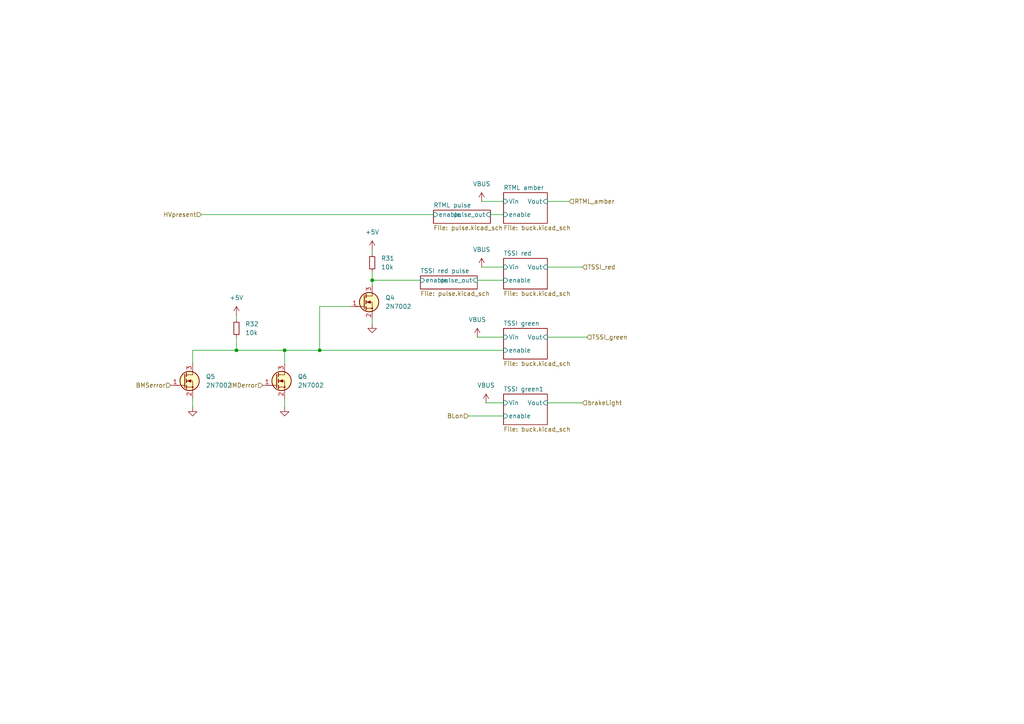
<source format=kicad_sch>
(kicad_sch (version 20231120) (generator "eeschema") (generator_version "8.0")
  (paper "A4")
  (title_block (title "HVB_LV1") (date "2024-10-25") (rev "1.0") (company "NTURacing") (comment 1 "Powertrain") (comment 2 "郭哲明 Jack Kuo"))
  (lib_symbols
    (symbol "Device:R_Small" (pin_numbers hide) (pin_names (offset 0.254) hide)
      (property "Reference" "R" (at 0.762 0.508 0))
      (property "Value" "R_Small" (at 0.762 -1.016 0))
      (symbol "R_Small_0_1"
        (rectangle (start -0.762 1.778) (end 0.762 -1.778) (stroke (width 0.2032)))
      )
      (symbol "R_Small_1_1"
        (pin passive line (at 0 2.54 270) (length 0.762) (name "~") (number "1"))
        (pin passive line (at 0 -2.54 90) (length 0.762) (name "~") (number "2"))
      )
    )
    (symbol "PCM_Transistor_MOSFET_AKL:2N7002" (pin_names hide)
      (property "Reference" "Q" (at 5.08 1.27 0))
      (property "Value" "2N7002" (at 5.08 -1.27 0))
      (symbol "2N7002_0_1"
        (polyline (pts (xy 0.254 -1.27) (xy -2.54 -1.27)))
        (polyline (pts (xy 0.254 1.905) (xy 0.254 -1.905)) (stroke (width 0.254)))
        (polyline (pts (xy 0.762 -1.778) (xy 2.54 -1.778)))
        (polyline (pts (xy 0.762 -1.27) (xy 0.762 -2.286)) (stroke (width 0.254)))
        (polyline (pts (xy 0.762 0.508) (xy 0.762 -0.508)) (stroke (width 0.254)))
        (polyline (pts (xy 0.762 2.286) (xy 0.762 1.27)) (stroke (width 0.254)))
        (polyline (pts (xy 2.54 1.778) (xy 0.762 1.778)))
        (polyline (pts (xy 2.54 2.54) (xy 2.54 1.778)))
        (polyline (pts (xy 2.54 -2.54) (xy 2.54 0) (xy 0.762 0)))
        (polyline (pts (xy 1.016 0) (xy 2.032 0.381) (xy 2.032 -0.381) (xy 1.016 0)) (fill (type outline)))
        (circle (center 1.651 0) (radius 2.794) (stroke (width 0.254)) (fill (type background)))
        (circle (center 2.54 -1.778) (radius 0.1778) (fill (type outline)))
      )
      (symbol "2N7002_1_1"
        (pin input line (at -3.81 -1.27 0) (length 2.54) (name "G") (number "1"))
        (pin passive line (at 2.54 -5.08 90) (length 2.54) (name "S") (number "2"))
        (pin passive line (at 2.54 5.08 270) (length 2.54) (name "D") (number "3"))
      )
    )
    (symbol "power:+5V" (power) (pin_numbers hide) (pin_names (offset 0) hide)
      (property "Value" "+5V" (at 0 3.556 0))
      (symbol "+5V_0_1"
        (polyline (pts (xy -0.762 1.27) (xy 0 2.54)))
        (polyline (pts (xy 0 0) (xy 0 2.54)))
        (polyline (pts (xy 0 2.54) (xy 0.762 1.27)))
      )
      (symbol "+5V_1_1"
        (pin power_in line (at 0 0 90) (length 0) (name "~") (number "1"))
      )
    )
    (symbol "power:GND" (power) (pin_numbers hide) (pin_names (offset 0) hide)
      (property "Value" "GND" (at 0 -3.81 0))
      (symbol "GND_0_1"
        (polyline (pts (xy 0 0) (xy 0 -1.27) (xy 1.27 -1.27) (xy 0 -2.54) (xy -1.27 -1.27) (xy 0 -1.27)))
      )
      (symbol "GND_1_1"
        (pin power_in line (at 0 0 270) (length 0) (name "~") (number "1"))
      )
    )
    (symbol "power:VBUS" (power) (pin_numbers hide) (pin_names (offset 0) hide)
      (property "Value" "VBUS" (at 0 3.556 0))
      (symbol "VBUS_0_1"
        (polyline (pts (xy -0.762 1.27) (xy 0 2.54)))
        (polyline (pts (xy 0 0) (xy 0 2.54)))
        (polyline (pts (xy 0 2.54) (xy 0.762 1.27)))
      )
      (symbol "VBUS_1_1"
        (pin power_in line (at 0 0 90) (length 0) (name "~") (number "1"))
      )
    )
  )
  (junction (at 92.71 101.6))
  (junction (at 107.95 81.28))
  (junction (at 68.58 101.6))
  (junction (at 82.55 101.6))
  (wire (pts (xy 170.18 97.79) (xy 158.75 97.79)))
  (wire (pts (xy 165.1 58.42) (xy 158.75 58.42)))
  (wire (pts (xy 158.75 77.47) (xy 168.91 77.47)))
  (wire (pts (xy 138.43 97.79) (xy 146.05 97.79)))
  (wire (pts (xy 82.55 105.41) (xy 82.55 101.6)))
  (wire (pts (xy 140.97 116.84) (xy 146.05 116.84)))
  (wire (pts (xy 92.71 101.6) (xy 146.05 101.6)))
  (wire (pts (xy 138.43 81.28) (xy 146.05 81.28)))
  (wire (pts (xy 68.58 91.44) (xy 68.58 92.71)))
  (wire (pts (xy 139.7 77.47) (xy 146.05 77.47)))
  (wire (pts (xy 168.91 116.84) (xy 158.75 116.84)))
  (wire (pts (xy 107.95 78.74) (xy 107.95 81.28)))
  (wire (pts (xy 92.71 88.9) (xy 92.71 101.6)))
  (wire (pts (xy 101.6 88.9) (xy 92.71 88.9)))
  (wire (pts (xy 107.95 72.39) (xy 107.95 73.66)))
  (wire (pts (xy 82.55 101.6) (xy 92.71 101.6)))
  (wire (pts (xy 55.88 118.11) (xy 55.88 115.57)))
  (wire (pts (xy 107.95 92.71) (xy 107.95 93.98)))
  (wire (pts (xy 82.55 118.11) (xy 82.55 115.57)))
  (wire (pts (xy 139.7 58.42) (xy 146.05 58.42)))
  (wire (pts (xy 55.88 101.6) (xy 55.88 105.41)))
  (wire (pts (xy 68.58 97.79) (xy 68.58 101.6)))
  (wire (pts (xy 135.89 120.65) (xy 146.05 120.65)))
  (wire (pts (xy 58.42 62.23) (xy 125.73 62.23)))
  (wire (pts (xy 121.92 81.28) (xy 107.95 81.28)))
  (wire (pts (xy 68.58 101.6) (xy 82.55 101.6)))
  (wire (pts (xy 142.24 62.23) (xy 146.05 62.23)))
  (wire (pts (xy 55.88 101.6) (xy 68.58 101.6)))
  (wire (pts (xy 107.95 82.55) (xy 107.95 81.28)))
  (hierarchical_label "TSSI_red" (shape input) (at 168.91 77.47 0))
  (hierarchical_label "BLon" (shape input) (at 135.89 120.65 180))
  (hierarchical_label "RTML_amber" (shape input) (at 165.1 58.42 0))
  (hierarchical_label "HVpresent" (shape input) (at 58.42 62.23 180))
  (hierarchical_label "TSSI_green" (shape input) (at 170.18 97.79 0))
  (hierarchical_label "brakeLight" (shape input) (at 168.91 116.84 0))
  (hierarchical_label "BMSerror" (shape input) (at 49.53 111.76 180))
  (hierarchical_label "IMDerror" (shape input) (at 76.2 111.76 180))
  (symbol (lib_id "power:VBUS") (at 139.7 77.47 0) (unit 1)
    (property "Reference" "#PWR0106" (effects (hide yes)))
    (property "Value" "VBUS" (at 139.7 72.39 0))
    (property "Description" "Power symbol creates a global label with name \"VBUS\"" (effects (hide yes)))
  )
  (symbol (lib_id "PCM_Transistor_MOSFET_AKL:2N7002") (at 80.01 110.49 0) (unit 1)
    (property "Reference" "Q6" (at 86.36 109.22 0) (effects (justify left)))
    (property "Value" "2N7002" (at 86.36 111.76 0) (effects (justify left)))
    (property "Footprint" "Package_TO_SOT_SMD:SOT-23" (effects (hide yes)))
    (property "Datasheet" "https://www.tme.eu/Document/7df5cae36abdfcedddb681f5be886f05/2N7000.pdf" (effects (hide yes)))
    (property "Description" "SOT-23 N-MOSFET enchancement mode transistor, 60V, 115mA, 200mW, Alternate KiCAD Library" (effects (hide yes)))
  )
  (symbol (lib_id "power:GND") (at 55.88 118.11 0) (unit 1)
    (property "Reference" "#PWR0110" (effects (hide yes)))
    (property "Value" "GND" (effects (hide yes)))
    (property "Description" "Power symbol creates a global label with name \"GND\" , ground" (effects (hide yes)))
  )
  (symbol (lib_id "power:VBUS") (at 138.43 97.79 0) (unit 1)
    (property "Reference" "#PWR0109" (effects (hide yes)))
    (property "Value" "VBUS" (at 138.43 92.71 0))
    (property "Description" "Power symbol creates a global label with name \"VBUS\"" (effects (hide yes)))
  )
  (symbol (lib_id "power:GND") (at 82.55 118.11 0) (unit 1)
    (property "Reference" "#PWR0111" (effects (hide yes)))
    (property "Value" "GND" (effects (hide yes)))
    (property "Description" "Power symbol creates a global label with name \"GND\" , ground" (effects (hide yes)))
  )
  (symbol (lib_id "power:+5V") (at 68.58 91.44 0) (unit 1)
    (property "Reference" "#PWR0107" (effects (hide yes)))
    (property "Value" "+5V" (at 68.58 86.36 0))
    (property "Description" "Power symbol creates a global label with name \"+5V\"" (effects (hide yes)))
  )
  (symbol (lib_id "Device:R_Small") (at 107.95 76.2 0) (unit 1)
    (property "Reference" "R31" (at 110.49 74.93 0) (effects (justify left)))
    (property "Value" "10k" (at 110.49 77.47 0) (effects (justify left)))
    (property "Footprint" "Resistor_SMD:R_0603_1608Metric" (effects (hide yes)))
    (property "Description" "Resistor, small symbol" (effects (hide yes)))
  )
  (symbol (lib_id "Device:R_Small") (at 68.58 95.25 0) (unit 1)
    (property "Reference" "R32" (at 71.12 93.98 0) (effects (justify left)))
    (property "Value" "10k" (at 71.12 96.52 0) (effects (justify left)))
    (property "Footprint" "Resistor_SMD:R_0603_1608Metric" (effects (hide yes)))
    (property "Description" "Resistor, small symbol" (effects (hide yes)))
  )
  (symbol (lib_id "PCM_Transistor_MOSFET_AKL:2N7002") (at 53.34 110.49 0) (unit 1)
    (property "Reference" "Q5" (at 59.69 109.22 0) (effects (justify left)))
    (property "Value" "2N7002" (at 59.69 111.76 0) (effects (justify left)))
    (property "Footprint" "Package_TO_SOT_SMD:SOT-23" (effects (hide yes)))
    (property "Datasheet" "https://www.tme.eu/Document/7df5cae36abdfcedddb681f5be886f05/2N7000.pdf" (effects (hide yes)))
    (property "Description" "SOT-23 N-MOSFET enchancement mode transistor, 60V, 115mA, 200mW, Alternate KiCAD Library" (effects (hide yes)))
  )
  (symbol (lib_id "power:GND") (at 107.95 93.98 0) (unit 1)
    (property "Reference" "#PWR0108" (effects (hide yes)))
    (property "Value" "GND" (effects (hide yes)))
    (property "Description" "Power symbol creates a global label with name \"GND\" , ground" (effects (hide yes)))
  )
  (symbol (lib_id "power:VBUS") (at 139.7 58.42 0) (unit 1)
    (property "Reference" "#PWR0104" (effects (hide yes)))
    (property "Value" "VBUS" (at 139.7 53.34 0))
    (property "Description" "Power symbol creates a global label with name \"VBUS\"" (effects (hide yes)))
  )
  (symbol (lib_id "power:VBUS") (at 140.97 116.84 0) (unit 1)
    (property "Reference" "#PWR0152" (effects (hide yes)))
    (property "Value" "VBUS" (at 140.97 111.76 0))
    (property "Description" "Power symbol creates a global label with name \"VBUS\"" (effects (hide yes)))
  )
  (symbol (lib_id "PCM_Transistor_MOSFET_AKL:2N7002") (at 105.41 87.63 0) (unit 1)
    (property "Reference" "Q4" (at 111.76 86.36 0) (effects (justify left)))
    (property "Value" "2N7002" (at 111.76 88.9 0) (effects (justify left)))
    (property "Footprint" "Package_TO_SOT_SMD:SOT-23" (effects (hide yes)))
    (property "Datasheet" "https://www.tme.eu/Document/7df5cae36abdfcedddb681f5be886f05/2N7000.pdf" (effects (hide yes)))
    (property "Description" "SOT-23 N-MOSFET enchancement mode transistor, 60V, 115mA, 200mW, Alternate KiCAD Library" (effects (hide yes)))
  )
  (symbol (lib_id "power:+5V") (at 107.95 72.39 0) (unit 1)
    (property "Reference" "#PWR0105" (effects (hide yes)))
    (property "Value" "+5V" (at 107.95 67.31 0))
    (property "Description" "Power symbol creates a global label with name \"+5V\"" (effects (hide yes)))
  )
  (sheet (at 146.05 55.88) (size 12.7 8.89) (stroke (width 0.1524))
    (property "Sheetname" "RTML amber" (at 146.05 55.1684 0) (effects (justify left bottom)))
    (property "Sheetfile" "buck.kicad_sch" (at 146.05 65.3546 0) (effects (justify left top)))
    (pin "Vout" input (at 158.75 58.42 0))
    (pin "Vin" input (at 146.05 58.42 180))
    (pin "enable" input (at 146.05 62.23 180))
  )
  (sheet (at 121.92 80.01) (size 16.51 3.81) (stroke (width 0.1524))
    (property "Sheetname" "TSSI red pulse" (at 121.92 79.2984 0) (effects (justify left bottom)))
    (property "Sheetfile" "pulse.kicad_sch" (at 121.92 84.4046 0) (effects (justify left top)))
    (pin "pulse_out" input (at 138.43 81.28 0))
    (pin "enable" input (at 121.92 81.28 180))
  )
  (sheet (at 146.05 74.93) (size 12.7 8.89) (stroke (width 0.1524))
    (property "Sheetname" "TSSI red" (at 146.05 74.2184 0) (effects (justify left bottom)))
    (property "Sheetfile" "buck.kicad_sch" (at 146.05 84.4046 0) (effects (justify left top)))
    (pin "Vout" input (at 158.75 77.47 0))
    (pin "Vin" input (at 146.05 77.47 180))
    (pin "enable" input (at 146.05 81.28 180))
  )
  (sheet (at 125.73 60.96) (size 16.51 3.81) (stroke (width 0.1524))
    (property "Sheetname" "RTML pulse" (at 125.73 60.2484 0) (effects (justify left bottom)))
    (property "Sheetfile" "pulse.kicad_sch" (at 125.73 65.3546 0) (effects (justify left top)))
    (pin "pulse_out" input (at 142.24 62.23 0))
    (pin "enable" input (at 125.73 62.23 180))
  )
  (sheet (at 146.05 114.3) (size 12.7 8.89) (stroke (width 0.1524))
    (property "Sheetname" "TSSI green1" (at 146.05 113.5884 0) (effects (justify left bottom)))
    (property "Sheetfile" "buck.kicad_sch" (at 146.05 123.7746 0) (effects (justify left top)))
    (pin "Vout" input (at 158.75 116.84 0))
    (pin "Vin" input (at 146.05 116.84 180))
    (pin "enable" input (at 146.05 120.65 180))
  )
  (sheet (at 146.05 95.25) (size 12.7 8.89) (stroke (width 0.1524))
    (property "Sheetname" "TSSI green" (at 146.05 94.5384 0) (effects (justify left bottom)))
    (property "Sheetfile" "buck.kicad_sch" (at 146.05 104.7246 0) (effects (justify left top)))
    (pin "Vout" input (at 158.75 97.79 0))
    (pin "Vin" input (at 146.05 97.79 180))
    (pin "enable" input (at 146.05 101.6 180))
  )
)
</source>
